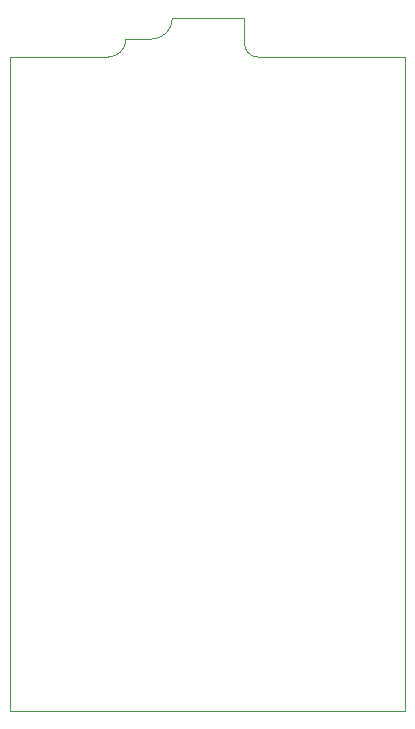
<source format=gbr>
G04 #@! TF.FileFunction,Profile,NP*
%FSLAX46Y46*%
G04 Gerber Fmt 4.6, Leading zero omitted, Abs format (unit mm)*
G04 Created by KiCad (PCBNEW 4.0.7+dfsg1-1) date Wed Apr 18 03:17:49 2018*
%MOMM*%
%LPD*%
G01*
G04 APERTURE LIST*
%ADD10C,0.100000*%
G04 APERTURE END LIST*
D10*
X140081000Y-69469000D02*
X142240000Y-69469000D01*
X138557000Y-70993000D02*
G75*
G03X140081000Y-69469000I0J1524000D01*
G01*
X142240000Y-69469000D02*
G75*
G03X144018000Y-67691000I0J1778000D01*
G01*
X151257000Y-70993000D02*
G75*
G02X150114000Y-69850000I0J1143000D01*
G01*
X150114000Y-67691000D02*
X150114000Y-69850000D01*
X138557000Y-70993000D02*
X130302000Y-70993000D01*
X163703000Y-70993000D02*
X151257000Y-70993000D01*
X163703000Y-126365000D02*
X163703000Y-70993000D01*
X130302000Y-70993000D02*
X130302000Y-126365000D01*
X144018000Y-67691000D02*
X150114000Y-67691000D01*
X130302000Y-126365000D02*
X163703000Y-126365000D01*
M02*

</source>
